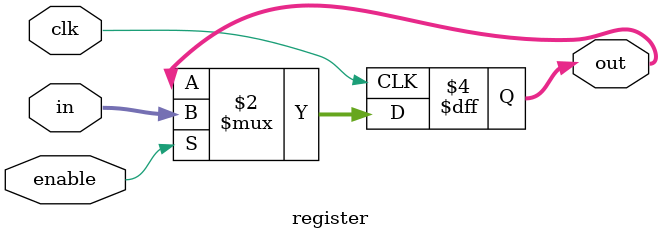
<source format=v>
module register(in, enable, clk, out);
input [15:0] in;
input enable, clk;
output [15:0] out;
reg [15:0] out;

always @(posedge clk) begin
	if(enable)
		out <= in;
end
endmodule
</source>
